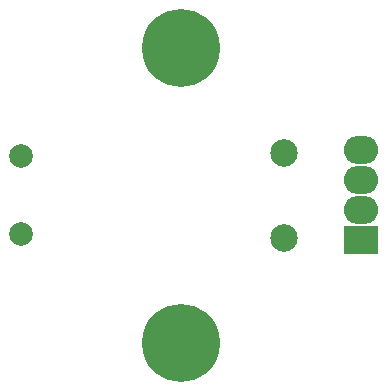
<source format=gbr>
G04 #@! TF.FileFunction,Soldermask,Bot*
%FSLAX46Y46*%
G04 Gerber Fmt 4.6, Leading zero omitted, Abs format (unit mm)*
G04 Created by KiCad (PCBNEW 4.0.1-stable) date 2/26/2016 3:51:48 AM*
%MOMM*%
G01*
G04 APERTURE LIST*
%ADD10C,0.100000*%
%ADD11C,2.330400*%
%ADD12R,2.900000X2.400000*%
%ADD13O,2.900000X2.400000*%
%ADD14C,6.600000*%
%ADD15C,2.000000*%
G04 APERTURE END LIST*
D10*
D11*
X150723600Y-112801400D03*
X150723600Y-105638600D03*
D12*
X157226000Y-113030000D03*
D13*
X157226000Y-110490000D03*
X157226000Y-107950000D03*
X157226000Y-105410000D03*
D14*
X142011400Y-121691400D03*
X142011400Y-96748600D03*
D15*
X128473200Y-105920000D03*
X128473200Y-112520000D03*
M02*

</source>
